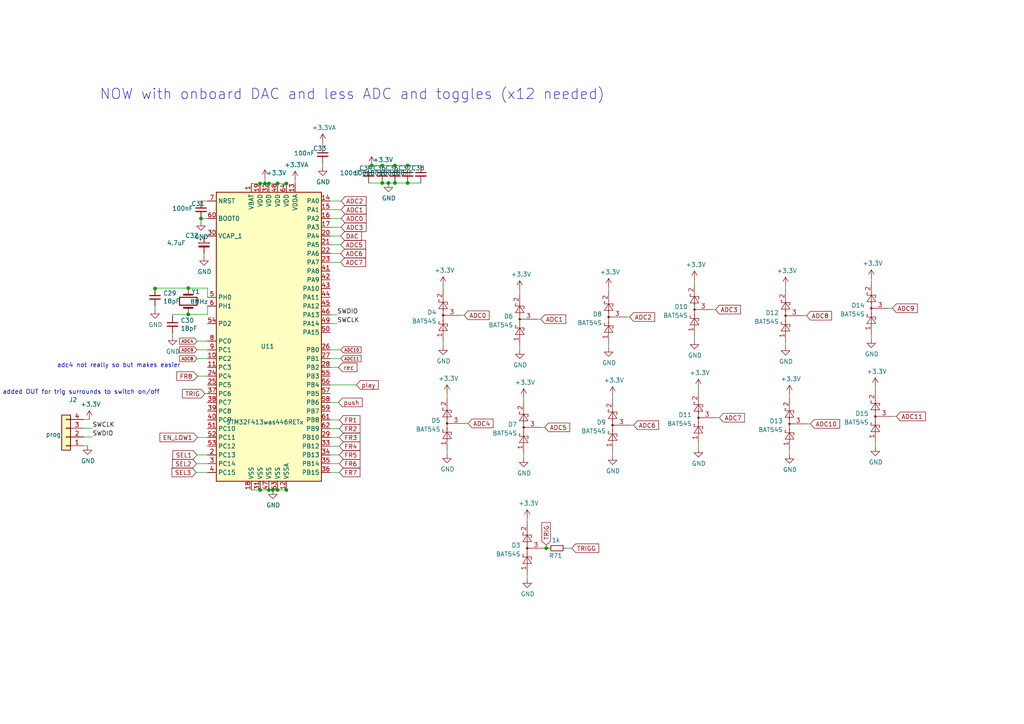
<source format=kicad_sch>
(kicad_sch (version 20211123) (generator eeschema)
  (paper "A4")
  (lib_symbols
    (symbol "Connector_Generic:Conn_01x04" (pin_names (offset 1.016) hide)
      (property "Reference" "J" (at 0 5.08 0))
      (property "Value" "Conn_01x04" (at 0 -7.62 0))
      (symbol "Conn_01x04_1_1"
        (rectangle (start -1.27 -4.953) (end 0 -5.207) (stroke (width 0.1524)))
        (rectangle (start -1.27 -2.413) (end 0 -2.667) (stroke (width 0.1524)))
        (rectangle (start -1.27 0.127) (end 0 -0.127) (stroke (width 0.1524)))
        (rectangle (start -1.27 2.667) (end 0 2.413) (stroke (width 0.1524)))
        (rectangle (start -1.27 3.81) (end 1.27 -6.35) (stroke (width 0.254)) (fill (type background)))
        (pin passive line (at -5.08 2.54 0) (length 3.81) (name "Pin_1") (number "1"))
        (pin passive line (at -5.08 0 0) (length 3.81) (name "Pin_2") (number "2"))
        (pin passive line (at -5.08 -2.54 0) (length 3.81) (name "Pin_3") (number "3"))
        (pin passive line (at -5.08 -5.08 0) (length 3.81) (name "Pin_4") (number "4"))
      )
    )
    (symbol "Device:C_Polarized_Small" (pin_numbers hide) (pin_names (offset 0.254) hide)
      (property "Reference" "C" (at 0.254 1.778 0))
      (property "Value" "C_Polarized_Small" (at 0.254 -2.032 0))
      (symbol "C_Polarized_Small_0_1"
        (rectangle (start -1.524 -0.3048) (end 1.524 -0.6858) (fill (type outline)))
        (rectangle (start -1.524 0.6858) (end 1.524 0.3048))
        (polyline (pts (xy -1.27 1.524) (xy -0.762 1.524)))
        (polyline (pts (xy -1.016 1.27) (xy -1.016 1.778)))
      )
      (symbol "C_Polarized_Small_1_1"
        (pin passive line (at 0 2.54 270) (length 1.8542) (name "~") (number "1"))
        (pin passive line (at 0 -2.54 90) (length 1.8542) (name "~") (number "2"))
      )
    )
    (symbol "Device:C_Small" (pin_numbers hide) (pin_names (offset 0.254) hide)
      (property "Reference" "C" (at 0.254 1.778 0))
      (property "Value" "C_Small" (at 0.254 -2.032 0))
      (symbol "C_Small_0_1"
        (polyline (pts (xy -1.524 -0.508) (xy 1.524 -0.508)) (stroke (width 0.3302)))
        (polyline (pts (xy -1.524 0.508) (xy 1.524 0.508)) (stroke (width 0.3048)))
      )
      (symbol "C_Small_1_1"
        (pin passive line (at 0 2.54 270) (length 2.032) (name "~") (number "1"))
        (pin passive line (at 0 -2.54 90) (length 2.032) (name "~") (number "2"))
      )
    )
    (symbol "Device:Crystal" (pin_numbers hide) (pin_names (offset 1.016) hide)
      (property "Reference" "Y" (at 0 3.81 0))
      (property "Value" "Crystal" (at 0 -3.81 0))
      (symbol "Crystal_0_1"
        (rectangle (start -1.143 2.54) (end 1.143 -2.54) (stroke (width 0.3048)))
        (polyline (pts (xy -2.54 0) (xy -1.905 0)))
        (polyline (pts (xy -1.905 -1.27) (xy -1.905 1.27)) (stroke (width 0.508)))
        (polyline (pts (xy 1.905 -1.27) (xy 1.905 1.27)) (stroke (width 0.508)))
        (polyline (pts (xy 2.54 0) (xy 1.905 0)))
      )
      (symbol "Crystal_1_1"
        (pin passive line (at -3.81 0 0) (length 1.27) (name "1") (number "1"))
        (pin passive line (at 3.81 0 180) (length 1.27) (name "2") (number "2"))
      )
    )
    (symbol "Device:R_Small" (pin_numbers hide) (pin_names (offset 0.254) hide)
      (property "Reference" "R" (at 0.762 0.508 0))
      (property "Value" "R_Small" (at 0.762 -1.016 0))
      (symbol "R_Small_0_1"
        (rectangle (start -0.762 1.778) (end 0.762 -1.778) (stroke (width 0.2032)))
      )
      (symbol "R_Small_1_1"
        (pin passive line (at 0 2.54 270) (length 0.762) (name "~") (number "1"))
        (pin passive line (at 0 -2.54 90) (length 0.762) (name "~") (number "2"))
      )
    )
    (symbol "Diode:BAT54S" (pin_names (offset 1.016))
      (property "Reference" "D" (at 0.635 -3.81 0))
      (property "Value" "BAT54S" (at -6.35 3.175 0))
      (symbol "BAT54S_0_1"
        (polyline (pts (xy -3.81 0) (xy -1.27 0)))
        (polyline (pts (xy -3.175 -1.27) (xy -3.175 -1.016)))
        (polyline (pts (xy -2.54 -1.27) (xy -3.175 -1.27)))
        (polyline (pts (xy -2.54 -1.27) (xy -2.54 1.27)))
        (polyline (pts (xy -2.54 1.27) (xy -1.905 1.27)))
        (polyline (pts (xy -1.905 0) (xy 1.905 0)))
        (polyline (pts (xy -1.905 1.27) (xy -1.905 1.016)))
        (polyline (pts (xy 1.27 0) (xy 3.81 0)))
        (polyline (pts (xy 3.175 -1.27) (xy 3.175 -1.016)))
        (polyline (pts (xy 3.81 -1.27) (xy 3.175 -1.27)))
        (polyline (pts (xy 3.81 -1.27) (xy 3.81 1.27)))
        (polyline (pts (xy 3.81 1.27) (xy 4.445 1.27)))
        (polyline (pts (xy 4.445 1.27) (xy 4.445 1.016)))
        (polyline (pts (xy -4.445 1.27) (xy -4.445 -1.27) (xy -2.54 0) (xy -4.445 1.27)))
        (polyline (pts (xy 1.905 1.27) (xy 1.905 -1.27) (xy 3.81 0) (xy 1.905 1.27)))
        (circle (center 0 0) (radius 0.254) (fill (type outline)))
      )
      (symbol "BAT54S_1_1"
        (pin passive line (at -7.62 0 0) (length 3.81) (name "~") (number "1"))
        (pin passive line (at 7.62 0 180) (length 3.81) (name "~") (number "2"))
        (pin passive line (at 0 -5.08 90) (length 5.08) (name "~") (number "3"))
      )
    )
    (symbol "MCU_ST_STM32F4:STM32F446RETx"
      (property "Reference" "U" (at -15.24 41.91 0))
      (property "Value" "STM32F446RETx" (at 10.16 41.91 0))
      (symbol "STM32F446RETx_0_1"
        (rectangle (start -15.24 -43.18) (end 15.24 40.64) (stroke (width 0.254)) (fill (type background)))
      )
      (symbol "STM32F446RETx_1_1"
        (pin power_in line (at -5.08 43.18 270) (length 2.54) (name "VBAT") (number "1"))
        (pin bidirectional line (at -17.78 -7.62 0) (length 2.54) (name "PC2") (number "10"))
        (pin bidirectional line (at -17.78 -10.16 0) (length 2.54) (name "PC3") (number "11"))
        (pin power_in line (at 5.08 -45.72 90) (length 2.54) (name "VSSA") (number "12"))
        (pin power_in line (at 7.62 43.18 270) (length 2.54) (name "VDDA") (number "13"))
        (pin bidirectional line (at 17.78 38.1 180) (length 2.54) (name "PA0") (number "14"))
        (pin bidirectional line (at 17.78 35.56 180) (length 2.54) (name "PA1") (number "15"))
        (pin bidirectional line (at 17.78 33.02 180) (length 2.54) (name "PA2") (number "16"))
        (pin bidirectional line (at 17.78 30.48 180) (length 2.54) (name "PA3") (number "17"))
        (pin power_in line (at -5.08 -45.72 90) (length 2.54) (name "VSS") (number "18"))
        (pin power_in line (at -2.54 43.18 270) (length 2.54) (name "VDD") (number "19"))
        (pin bidirectional line (at -17.78 -35.56 0) (length 2.54) (name "PC13") (number "2"))
        (pin bidirectional line (at 17.78 27.94 180) (length 2.54) (name "PA4") (number "20"))
        (pin bidirectional line (at 17.78 25.4 180) (length 2.54) (name "PA5") (number "21"))
        (pin bidirectional line (at 17.78 22.86 180) (length 2.54) (name "PA6") (number "22"))
        (pin bidirectional line (at 17.78 20.32 180) (length 2.54) (name "PA7") (number "23"))
        (pin bidirectional line (at -17.78 -12.7 0) (length 2.54) (name "PC4") (number "24"))
        (pin bidirectional line (at -17.78 -15.24 0) (length 2.54) (name "PC5") (number "25"))
        (pin bidirectional line (at 17.78 -5.08 180) (length 2.54) (name "PB0") (number "26"))
        (pin bidirectional line (at 17.78 -7.62 180) (length 2.54) (name "PB1") (number "27"))
        (pin bidirectional line (at 17.78 -10.16 180) (length 2.54) (name "PB2") (number "28"))
        (pin bidirectional line (at 17.78 -30.48 180) (length 2.54) (name "PB10") (number "29"))
        (pin bidirectional line (at -17.78 -38.1 0) (length 2.54) (name "PC14") (number "3"))
        (pin power_in line (at -17.78 27.94 0) (length 2.54) (name "VCAP_1") (number "30"))
        (pin power_in line (at -2.54 -45.72 90) (length 2.54) (name "VSS") (number "31"))
        (pin power_in line (at 0 43.18 270) (length 2.54) (name "VDD") (number "32"))
        (pin bidirectional line (at 17.78 -33.02 180) (length 2.54) (name "PB12") (number "33"))
        (pin bidirectional line (at 17.78 -35.56 180) (length 2.54) (name "PB13") (number "34"))
        (pin bidirectional line (at 17.78 -38.1 180) (length 2.54) (name "PB14") (number "35"))
        (pin bidirectional line (at 17.78 -40.64 180) (length 2.54) (name "PB15") (number "36"))
        (pin bidirectional line (at -17.78 -17.78 0) (length 2.54) (name "PC6") (number "37"))
        (pin bidirectional line (at -17.78 -20.32 0) (length 2.54) (name "PC7") (number "38"))
        (pin bidirectional line (at -17.78 -22.86 0) (length 2.54) (name "PC8") (number "39"))
        (pin bidirectional line (at -17.78 -40.64 0) (length 2.54) (name "PC15") (number "4"))
        (pin bidirectional line (at -17.78 -25.4 0) (length 2.54) (name "PC9") (number "40"))
        (pin bidirectional line (at 17.78 17.78 180) (length 2.54) (name "PA8") (number "41"))
        (pin bidirectional line (at 17.78 15.24 180) (length 2.54) (name "PA9") (number "42"))
        (pin bidirectional line (at 17.78 12.7 180) (length 2.54) (name "PA10") (number "43"))
        (pin bidirectional line (at 17.78 10.16 180) (length 2.54) (name "PA11") (number "44"))
        (pin bidirectional line (at 17.78 7.62 180) (length 2.54) (name "PA12") (number "45"))
        (pin bidirectional line (at 17.78 5.08 180) (length 2.54) (name "PA13") (number "46"))
        (pin power_in line (at 0 -45.72 90) (length 2.54) (name "VSS") (number "47"))
        (pin power_in line (at 2.54 43.18 270) (length 2.54) (name "VDD") (number "48"))
        (pin bidirectional line (at 17.78 2.54 180) (length 2.54) (name "PA14") (number "49"))
        (pin input line (at -17.78 10.16 0) (length 2.54) (name "PH0") (number "5"))
        (pin bidirectional line (at 17.78 0 180) (length 2.54) (name "PA15") (number "50"))
        (pin bidirectional line (at -17.78 -27.94 0) (length 2.54) (name "PC10") (number "51"))
        (pin bidirectional line (at -17.78 -30.48 0) (length 2.54) (name "PC11") (number "52"))
        (pin bidirectional line (at -17.78 -33.02 0) (length 2.54) (name "PC12") (number "53"))
        (pin bidirectional line (at -17.78 2.54 0) (length 2.54) (name "PD2") (number "54"))
        (pin bidirectional line (at 17.78 -12.7 180) (length 2.54) (name "PB3") (number "55"))
        (pin bidirectional line (at 17.78 -15.24 180) (length 2.54) (name "PB4") (number "56"))
        (pin bidirectional line (at 17.78 -17.78 180) (length 2.54) (name "PB5") (number "57"))
        (pin bidirectional line (at 17.78 -20.32 180) (length 2.54) (name "PB6") (number "58"))
        (pin bidirectional line (at 17.78 -22.86 180) (length 2.54) (name "PB7") (number "59"))
        (pin input line (at -17.78 7.62 0) (length 2.54) (name "PH1") (number "6"))
        (pin input line (at -17.78 33.02 0) (length 2.54) (name "BOOT0") (number "60"))
        (pin bidirectional line (at 17.78 -25.4 180) (length 2.54) (name "PB8") (number "61"))
        (pin bidirectional line (at 17.78 -27.94 180) (length 2.54) (name "PB9") (number "62"))
        (pin power_in line (at 2.54 -45.72 90) (length 2.54) (name "VSS") (number "63"))
        (pin power_in line (at 5.08 43.18 270) (length 2.54) (name "VDD") (number "64"))
        (pin input line (at -17.78 38.1 0) (length 2.54) (name "NRST") (number "7"))
        (pin bidirectional line (at -17.78 -2.54 0) (length 2.54) (name "PC0") (number "8"))
        (pin bidirectional line (at -17.78 -5.08 0) (length 2.54) (name "PC1") (number "9"))
      )
    )
    (symbol "power:+3.3V" (power) (pin_names (offset 0))
      (property "Value" "+3.3V" (at 0 3.556 0))
      (symbol "+3.3V_0_1"
        (polyline (pts (xy -0.762 1.27) (xy 0 2.54)))
        (polyline (pts (xy 0 0) (xy 0 2.54)))
        (polyline (pts (xy 0 2.54) (xy 0.762 1.27)))
      )
      (symbol "+3.3V_1_1"
        (pin power_in line (at 0 0 90) (length 0) hide (name "+3.3V") (number "1"))
      )
    )
    (symbol "power:+3.3VA" (power) (pin_names (offset 0))
      (property "Value" "+3.3VA" (at 0 3.556 0))
      (symbol "+3.3VA_0_1"
        (polyline (pts (xy -0.762 1.27) (xy 0 2.54)))
        (polyline (pts (xy 0 0) (xy 0 2.54)))
        (polyline (pts (xy 0 2.54) (xy 0.762 1.27)))
      )
      (symbol "+3.3VA_1_1"
        (pin power_in line (at 0 0 90) (length 0) hide (name "+3.3VA") (number "1"))
      )
    )
    (symbol "power:GND" (power) (pin_names (offset 0))
      (property "Value" "GND" (at 0 -3.81 0))
      (symbol "GND_0_1"
        (polyline (pts (xy 0 0) (xy 0 -1.27) (xy 1.27 -1.27) (xy 0 -2.54) (xy -1.27 -1.27) (xy 0 -1.27)))
      )
      (symbol "GND_1_1"
        (pin power_in line (at 0 0 270) (length 0) hide (name "GND") (number "1"))
      )
    )
  )
  (junction (at 118.237 53.086))
  (junction (at 54.61 91.186))
  (junction (at 44.958 83.693))
  (junction (at 114.554 48.006))
  (junction (at 80.518 142.113))
  (junction (at 158.4198 159.004))
  (junction (at 83.058 53.213))
  (junction (at 107.7976 48.006))
  (junction (at 77.978 142.113))
  (junction (at 76.835 53.213))
  (junction (at 110.871 48.006))
  (junction (at 110.871 53.086))
  (junction (at 114.554 53.086))
  (junction (at 112.649 53.086))
  (junction (at 83.058 142.113))
  (junction (at 118.237 48.006))
  (junction (at 80.518 53.213))
  (junction (at 58.293 63.373))
  (junction (at 75.438 142.113))
  (junction (at 79.121 142.113))
  (junction (at 77.978 53.213))
  (junction (at 75.438 53.213))
  (junction (at 54.61 83.566))
  (wire (pts (xy 59.182 68.453) (xy 60.198 68.453)))
  (wire (pts (xy 80.518 53.213) (xy 83.058 53.213)))
  (wire (pts (xy 95.758 131.953) (xy 98.425 131.953)))
  (wire (pts (xy 157.988 159.004) (xy 158.4198 159.004)))
  (wire (pts (xy 134.747 122.809) (xy 135.763 122.809)))
  (wire (pts (xy 57.277 126.873) (xy 60.198 126.873)))
  (wire (pts (xy 24.257 129.286) (xy 25.4 129.286)))
  (wire (pts (xy 54.61 91.186) (xy 60.198 91.186)))
  (wire (pts (xy 59.436 114.173) (xy 60.198 114.173)))
  (wire (pts (xy 95.758 111.633) (xy 103.378 111.633)))
  (wire (pts (xy 60.198 83.566) (xy 54.61 83.566)))
  (wire (pts (xy 80.518 142.113) (xy 83.058 142.113)))
  (wire (pts (xy 60.198 104.013) (xy 57.15 104.013)))
  (wire (pts (xy 77.978 142.113) (xy 79.121 142.113)))
  (wire (pts (xy 60.198 98.933) (xy 57.15 98.933)))
  (wire (pts (xy 50.038 96.647) (xy 50.038 97.536)))
  (wire (pts (xy 59.182 73.533) (xy 59.182 74.422)))
  (wire (pts (xy 60.198 91.186) (xy 60.198 88.773)))
  (wire (pts (xy 155.829 92.583) (xy 156.845 92.583)))
  (wire (pts (xy 77.978 53.213) (xy 80.518 53.213)))
  (wire (pts (xy 95.758 116.713) (xy 98.171 116.713)))
  (wire (pts (xy 85.598 52.197) (xy 85.598 53.213)))
  (wire (pts (xy 75.438 142.113) (xy 77.978 142.113)))
  (wire (pts (xy 95.758 63.373) (xy 98.933 63.373)))
  (wire (pts (xy 107.7976 48.006) (xy 110.871 48.006)))
  (wire (pts (xy 95.758 121.793) (xy 98.425 121.793)))
  (wire (pts (xy 72.898 142.113) (xy 75.438 142.113)))
  (wire (pts (xy 83.058 53.213) (xy 83.058 53.086)))
  (wire (pts (xy 202.565 128.778) (xy 202.565 130.048)))
  (wire (pts (xy 181.61 91.948) (xy 182.626 91.948)))
  (wire (pts (xy 128.524 82.804) (xy 128.524 83.82)))
  (wire (pts (xy 54.61 83.566) (xy 44.958 83.566)))
  (wire (pts (xy 234.061 122.936) (xy 235.077 122.936)))
  (wire (pts (xy 60.198 137.033) (xy 56.896 137.033)))
  (wire (pts (xy 95.758 106.553) (xy 98.171 106.553)))
  (wire (pts (xy 95.758 134.493) (xy 98.425 134.493)))
  (wire (pts (xy 176.53 83.312) (xy 176.53 84.328)))
  (wire (pts (xy 164.084 159.004) (xy 165.862 159.004)))
  (wire (pts (xy 177.673 130.937) (xy 177.673 132.207)))
  (wire (pts (xy 158.4198 158.0896) (xy 158.4198 159.004)))
  (wire (pts (xy 58.293 58.293) (xy 60.198 58.293)))
  (wire (pts (xy 95.758 104.013) (xy 98.806 104.013)))
  (wire (pts (xy 151.892 131.572) (xy 151.892 132.842)))
  (wire (pts (xy 50.038 91.567) (xy 50.038 91.186)))
  (wire (pts (xy 24.257 121.666) (xy 25.908 121.666)))
  (wire (pts (xy 98.806 73.533) (xy 95.758 73.533)))
  (wire (pts (xy 60.198 101.473) (xy 57.15 101.473)))
  (wire (pts (xy 58.293 63.373) (xy 60.198 63.373)))
  (wire (pts (xy 227.838 99.187) (xy 227.838 100.457)))
  (wire (pts (xy 50.038 91.186) (xy 54.61 91.186)))
  (wire (pts (xy 176.53 99.568) (xy 176.53 100.838)))
  (wire (pts (xy 133.604 91.44) (xy 134.62 91.44)))
  (wire (pts (xy 95.758 93.853) (xy 97.79 93.853)))
  (wire (pts (xy 118.237 53.086) (xy 114.554 53.086)))
  (wire (pts (xy 95.758 137.033) (xy 98.425 137.033)))
  (wire (pts (xy 252.73 80.772) (xy 252.73 81.788)))
  (wire (pts (xy 75.438 53.213) (xy 76.835 53.213)))
  (wire (pts (xy 152.908 166.624) (xy 152.908 167.894)))
  (wire (pts (xy 118.237 48.006) (xy 122.047 48.006)))
  (wire (pts (xy 24.257 126.746) (xy 26.797 126.746)))
  (wire (pts (xy 257.81 89.408) (xy 258.826 89.408)))
  (wire (pts (xy 228.981 114.3) (xy 228.981 115.316)))
  (wire (pts (xy 114.554 48.006) (xy 118.237 48.006)))
  (wire (pts (xy 177.673 114.681) (xy 177.673 115.697)))
  (wire (pts (xy 98.806 70.993) (xy 95.758 70.993)))
  (wire (pts (xy 60.198 131.953) (xy 57.15 131.953)))
  (wire (pts (xy 258.953 120.777) (xy 259.969 120.777)))
  (wire (pts (xy 95.758 126.873) (xy 98.425 126.873)))
  (wire (pts (xy 95.758 91.313) (xy 97.79 91.313)))
  (wire (pts (xy 110.871 48.006) (xy 114.554 48.006)))
  (wire (pts (xy 112.649 53.086) (xy 110.871 53.086)))
  (wire (pts (xy 95.758 60.833) (xy 98.933 60.833)))
  (wire (pts (xy 129.667 130.429) (xy 129.667 131.699)))
  (wire (pts (xy 207.645 121.158) (xy 208.661 121.158)))
  (wire (pts (xy 252.73 97.028) (xy 252.73 98.298)))
  (wire (pts (xy 95.758 129.413) (xy 98.425 129.413)))
  (wire (pts (xy 58.293 63.373) (xy 58.293 64.262)))
  (wire (pts (xy 202.565 112.522) (xy 202.565 113.538)))
  (wire (pts (xy 76.835 53.213) (xy 77.978 53.213)))
  (wire (pts (xy 232.918 91.567) (xy 233.934 91.567)))
  (wire (pts (xy 93.599 47.371) (xy 93.599 48.387)))
  (wire (pts (xy 227.838 82.931) (xy 227.838 83.947)))
  (wire (pts (xy 95.758 65.913) (xy 98.933 65.913)))
  (wire (pts (xy 60.198 134.493) (xy 57.023 134.493)))
  (wire (pts (xy 150.749 83.947) (xy 150.749 84.963)))
  (wire (pts (xy 95.758 101.473) (xy 98.806 101.473)))
  (wire (pts (xy 151.892 115.316) (xy 151.892 116.332)))
  (wire (pts (xy 114.554 53.086) (xy 112.649 53.086)))
  (wire (pts (xy 158.4198 159.004) (xy 159.004 159.004)))
  (wire (pts (xy 95.758 124.333) (xy 98.425 124.333)))
  (wire (pts (xy 79.121 142.113) (xy 80.518 142.113)))
  (wire (pts (xy 129.667 114.173) (xy 129.667 115.189)))
  (wire (pts (xy 253.873 112.141) (xy 253.873 113.157)))
  (wire (pts (xy 98.806 76.073) (xy 95.758 76.073)))
  (wire (pts (xy 44.958 88.773) (xy 44.958 89.789)))
  (wire (pts (xy 83.058 142.113) (xy 83.058 142.24)))
  (wire (pts (xy 206.502 89.789) (xy 207.518 89.789)))
  (wire (pts (xy 93.599 41.402) (xy 93.599 42.291)))
  (wire (pts (xy 201.422 97.409) (xy 201.422 98.679)))
  (wire (pts (xy 128.524 99.06) (xy 128.524 100.33)))
  (wire (pts (xy 228.981 130.556) (xy 228.981 131.826)))
  (wire (pts (xy 76.835 51.816) (xy 76.835 53.213)))
  (wire (pts (xy 253.873 128.397) (xy 253.873 129.667)))
  (wire (pts (xy 110.871 53.086) (xy 106.934 53.086)))
  (wire (pts (xy 60.198 86.233) (xy 60.198 83.566)))
  (wire (pts (xy 98.806 68.453) (xy 95.758 68.453)))
  (wire (pts (xy 122.047 53.086) (xy 118.237 53.086)))
  (wire (pts (xy 44.958 83.566) (xy 44.958 83.693)))
  (wire (pts (xy 156.972 123.952) (xy 157.988 123.952)))
  (wire (pts (xy 201.422 81.153) (xy 201.422 82.169)))
  (wire (pts (xy 72.898 53.213) (xy 75.438 53.213)))
  (wire (pts (xy 60.198 109.093) (xy 57.277 109.093)))
  (wire (pts (xy 106.934 48.006) (xy 107.7976 48.006)))
  (wire (pts (xy 150.749 100.203) (xy 150.749 101.473)))
  (wire (pts (xy 152.908 150.368) (xy 152.908 151.384)))
  (wire (pts (xy 24.257 124.206) (xy 26.797 124.206)))
  (wire (pts (xy 182.753 123.317) (xy 183.769 123.317)))
  (wire (pts (xy 95.758 58.293) (xy 98.933 58.293)))
  (text "adc4 not really so but makes easier\n" (at 16.51 106.807 0) (effects (font (size 1.27 1.27)) (justify left bottom)))
  (text "NOW with onboard DAC and less ADC and toggles (x12 needed)" (at 28.829 29.21 0) (effects (font (size 2.9972 2.9972)) (justify left bottom)))
  (text "17.5 - added OUT for trig surrounds to switch on/off" (at 46.355 114.554 0) (effects (font (size 1.27 1.27)) (justify right bottom)))
  (label "SWCLK" (at 26.797 124.206 0))
  (label "SWCLK" (at 97.79 93.853 0))
  (label "SWDIO" (at 97.79 91.313 0))
  (label "SWDIO" (at 26.797 126.746 0))
  (global_label "ADC7" (shape input) (at 98.806 76.073 0) (property "Intersheet References" "${INTERSHEET_REFS}" (effects hide)))
  (global_label "ADC0" (shape input) (at 134.62 91.44 0) (property "Intersheet References" "${INTERSHEET_REFS}" (effects hide)))
  (global_label "ADC11" (shape input) (at 259.969 120.777 0) (property "Intersheet References" "${INTERSHEET_REFS}" (effects hide)))
  (global_label "ADC6" (shape input) (at 98.806 73.533 0) (property "Intersheet References" "${INTERSHEET_REFS}" (effects hide)))
  (global_label "FR2" (shape input) (at 98.425 124.333 0) (property "Intersheet References" "${INTERSHEET_REFS}" (effects hide)))
  (global_label "ADC8" (shape input) (at 233.934 91.567 0) (property "Intersheet References" "${INTERSHEET_REFS}" (effects hide)))
  (global_label "push" (shape input) (at 98.171 116.713 0) (property "Intersheet References" "${INTERSHEET_REFS}" (effects hide)))
  (global_label "SEL3" (shape input) (at 56.896 137.033 180) (property "Intersheet References" "${INTERSHEET_REFS}" (effects hide)))
  (global_label "FR6" (shape input) (at 98.425 134.493 0) (property "Intersheet References" "${INTERSHEET_REFS}" (effects hide)))
  (global_label "ADC2" (shape input) (at 98.933 58.293 0) (property "Intersheet References" "${INTERSHEET_REFS}" (effects hide)))
  (global_label "ADC5" (shape input) (at 157.988 123.952 0) (property "Intersheet References" "${INTERSHEET_REFS}" (effects hide)))
  (global_label "TRIG" (shape input) (at 158.4198 158.0896 90) (property "Intersheet References" "${INTERSHEET_REFS}" (effects hide)))
  (global_label "SEL2" (shape input) (at 57.023 134.493 180) (property "Intersheet References" "${INTERSHEET_REFS}" (effects hide)))
  (global_label "rec" (shape input) (at 98.171 106.553 0) (property "Intersheet References" "${INTERSHEET_REFS}" (effects hide)))
  (global_label "ADC2" (shape input) (at 182.626 91.948 0) (property "Intersheet References" "${INTERSHEET_REFS}" (effects hide)))
  (global_label "ADC4" (shape input) (at 135.763 122.809 0) (property "Intersheet References" "${INTERSHEET_REFS}" (effects hide)))
  (global_label "FR7" (shape input) (at 98.425 137.033 0) (property "Intersheet References" "${INTERSHEET_REFS}" (effects hide)))
  (global_label "ADC8" (shape input) (at 57.15 104.013 180) (effects (font (size 0.889 0.889))) (property "Intersheet References" "${INTERSHEET_REFS}" (effects hide)))
  (global_label "TRIG" (shape input) (at 59.436 114.173 180) (property "Intersheet References" "${INTERSHEET_REFS}" (effects hide)))
  (global_label "FR5" (shape input) (at 98.425 131.953 0) (property "Intersheet References" "${INTERSHEET_REFS}" (effects hide)))
  (global_label "ADC1" (shape input) (at 156.845 92.583 0) (property "Intersheet References" "${INTERSHEET_REFS}" (effects hide)))
  (global_label "SEL1" (shape input) (at 57.15 131.953 180) (property "Intersheet References" "${INTERSHEET_REFS}" (effects hide)))
  (global_label "ADC11" (shape input) (at 98.806 104.013 0) (effects (font (size 0.889 0.889))) (property "Intersheet References" "${INTERSHEET_REFS}" (effects hide)))
  (global_label "ADC3" (shape input) (at 207.518 89.789 0) (property "Intersheet References" "${INTERSHEET_REFS}" (effects hide)))
  (global_label "ADC6" (shape input) (at 183.769 123.317 0) (property "Intersheet References" "${INTERSHEET_REFS}" (effects hide)))
  (global_label "TRIGG" (shape input) (at 165.862 159.004 0) (property "Intersheet References" "${INTERSHEET_REFS}" (effects hide)))
  (global_label "FR3" (shape input) (at 98.425 126.873 0) (property "Intersheet References" "${INTERSHEET_REFS}" (effects hide)))
  (global_label "play" (shape input) (at 103.378 111.633 0) (property "Intersheet References" "${INTERSHEET_REFS}" (effects hide)))
  (global_label "FR4" (shape input) (at 98.425 129.413 0) (property "Intersheet References" "${INTERSHEET_REFS}" (effects hide)))
  (global_label "ADC4" (shape input) (at 57.15 98.933 180) (effects (font (size 0.889 0.889))) (property "Intersheet References" "${INTERSHEET_REFS}" (effects hide)))
  (global_label "FR8" (shape input) (at 57.277 109.093 180) (property "Intersheet References" "${INTERSHEET_REFS}" (effects hide)))
  (global_label "DAC" (shape input) (at 98.806 68.453 0) (property "Intersheet References" "${INTERSHEET_REFS}" (effects hide)))
  (global_label "ADC10" (shape input) (at 98.806 101.473 0) (effects (font (size 0.889 0.889))) (property "Intersheet References" "${INTERSHEET_REFS}" (effects hide)))
  (global_label "ADC0" (shape input) (at 98.933 63.373 0) (property "Intersheet References" "${INTERSHEET_REFS}" (effects hide)))
  (global_label "ADC5" (shape input) (at 98.806 70.993 0) (property "Intersheet References" "${INTERSHEET_REFS}" (effects hide)))
  (global_label "ADC1" (shape input) (at 98.933 60.833 0) (property "Intersheet References" "${INTERSHEET_REFS}" (effects hide)))
  (global_label "ADC3" (shape input) (at 98.933 65.913 0) (property "Intersheet References" "${INTERSHEET_REFS}" (effects hide)))
  (global_label "ADC7" (shape input) (at 208.661 121.158 0) (property "Intersheet References" "${INTERSHEET_REFS}" (effects hide)))
  (global_label "ADC9" (shape input) (at 258.826 89.408 0) (property "Intersheet References" "${INTERSHEET_REFS}" (effects hide)))
  (global_label "EN_LOW1" (shape input) (at 57.277 126.873 180) (property "Intersheet References" "${INTERSHEET_REFS}" (effects hide)))
  (global_label "FR1" (shape input) (at 98.425 121.793 0) (property "Intersheet References" "${INTERSHEET_REFS}" (effects hide)))
  (global_label "ADC9" (shape input) (at 57.15 101.473 180) (effects (font (size 0.889 0.889))) (property "Intersheet References" "${INTERSHEET_REFS}" (effects hide)))
  (global_label "ADC10" (shape input) (at 235.077 122.936 0) (property "Intersheet References" "${INTERSHEET_REFS}" (effects hide)))
  (symbol (lib_id "MCU_ST_STM32F4:STM32F446RETx") (at 77.978 96.393 0) (unit 1)
    (property "Reference" "U11" (at 77.597 100.457 0))
    (property "Value" "STM32F413was446RETx" (at 76.835 122.428 0))
    (property "Footprint" "Housings_QFP:LQFP-64_10x10mm_Pitch0.5mm" (effects hide))
    (property "Datasheet" "http://www.st.com/st-web-ui/static/active/en/resource/technical/document/datasheet/DM00141306.pdf" (effects hide))
  )
  (symbol (lib_id "Device:C_Polarized_Small") (at 59.182 70.993 0) (unit 1)
    (property "Reference" "C32" (at 53.721 68.326 0) (effects (justify left)))
    (property "Value" "4.7uF" (at 48.387 70.485 0) (effects (justify left)))
    (property "Footprint" "SMD_Packages:SMD-1206_Pol" (effects hide))
  )
  (symbol (lib_id "power:GND") (at 59.182 74.422 0) (unit 1)
    (property "Reference" "#PWR062" (effects hide))
    (property "Value" "GND" (at 59.309 78.8162 0))
  )
  (symbol (lib_id "power:+3.3VA") (at 85.598 52.197 0) (unit 1)
    (property "Reference" "#PWR065" (effects hide))
    (property "Value" "+3.3VA" (at 85.979 47.8028 0))
  )
  (symbol (lib_id "power:+3.3V") (at 76.835 51.816 0) (unit 1)
    (property "Reference" "#PWR063" (effects hide))
    (property "Value" "+3.3V" (at 80.137 50.165 0))
  )
  (symbol (lib_id "power:GND") (at 79.121 142.113 0) (unit 1)
    (property "Reference" "#PWR064" (effects hide))
    (property "Value" "GND" (at 79.248 146.5072 0))
  )
  (symbol (lib_id "Device:Crystal") (at 54.61 87.376 90) (unit 1)
    (property "Reference" "Y1" (at 55.499 84.582 90) (effects (justify right)))
    (property "Value" "8MHz" (at 55.118 87.503 90) (effects (justify right)))
    (property "Footprint" "Crystals:Crystal_SMD_HC49-SD" (effects hide))
  )
  (symbol (lib_id "Device:C_Small") (at 44.958 86.233 0) (unit 1)
    (property "Reference" "C29" (at 47.2948 85.0646 0) (effects (justify left)))
    (property "Value" "18pF" (at 47.2948 87.376 0) (effects (justify left)))
    (property "Footprint" "Capacitors_SMD:C_0805" (effects hide))
  )
  (symbol (lib_id "Device:C_Small") (at 50.038 94.107 0) (unit 1)
    (property "Reference" "C30" (at 52.3748 92.9386 0) (effects (justify left)))
    (property "Value" "18pF" (at 52.3748 95.25 0) (effects (justify left)))
    (property "Footprint" "Capacitors_SMD:C_0805" (effects hide))
  )
  (symbol (lib_id "power:GND") (at 44.958 89.789 0) (unit 1)
    (property "Reference" "#PWR059" (effects hide))
    (property "Value" "GND" (at 45.085 94.1832 0))
  )
  (symbol (lib_id "power:GND") (at 50.038 97.536 0) (unit 1)
    (property "Reference" "#PWR060" (effects hide))
    (property "Value" "GND" (at 50.165 101.9302 0))
  )
  (symbol (lib_id "Device:C_Small") (at 58.293 60.833 0) (unit 1)
    (property "Reference" "C31" (at 55.499 59.055 0) (effects (justify left)))
    (property "Value" "100nF" (at 49.911 60.452 0) (effects (justify left)))
    (property "Footprint" "Capacitors_SMD:C_0805" (effects hide))
  )
  (symbol (lib_id "power:GND") (at 58.293 64.262 0) (unit 1)
    (property "Reference" "#PWR061" (effects hide))
    (property "Value" "GND" (at 58.42 68.6562 0))
  )
  (symbol (lib_id "Device:C_Small") (at 106.934 50.546 0) (unit 1)
    (property "Reference" "C34" (at 104.14 48.768 0) (effects (justify left)))
    (property "Value" "100nF" (at 98.552 50.165 0) (effects (justify left)))
    (property "Footprint" "Capacitors_SMD:C_0805" (effects hide))
  )
  (symbol (lib_id "Device:C_Small") (at 110.871 50.546 0) (unit 1)
    (property "Reference" "C35" (at 108.077 48.768 0) (effects (justify left)))
    (property "Value" "100nF" (at 102.489 50.165 0) (effects (justify left)))
    (property "Footprint" "Capacitors_SMD:C_0805" (effects hide))
  )
  (symbol (lib_id "Device:C_Small") (at 114.554 50.546 0) (unit 1)
    (property "Reference" "C36" (at 111.7092 48.7934 0) (effects (justify left)))
    (property "Value" "100nF" (at 106.172 50.165 0) (effects (justify left)))
    (property "Footprint" "Capacitors_SMD:C_0805" (effects hide))
  )
  (symbol (lib_id "Device:C_Small") (at 118.237 50.546 0) (unit 1)
    (property "Reference" "C37" (at 115.443 48.768 0) (effects (justify left)))
    (property "Value" "100nF" (at 109.855 50.165 0) (effects (justify left)))
    (property "Footprint" "Capacitors_SMD:C_0805" (effects hide))
  )
  (symbol (lib_id "Device:C_Small") (at 122.047 50.546 0) (unit 1)
    (property "Reference" "C38" (at 119.253 48.768 0) (effects (justify left)))
    (property "Value" "100nF" (at 113.665 50.165 0) (effects (justify left)))
    (property "Footprint" "Capacitors_SMD:C_0805" (effects hide))
  )
  (symbol (lib_id "Device:C_Small") (at 93.599 44.831 0) (unit 1)
    (property "Reference" "C33" (at 90.805 43.053 0) (effects (justify left)))
    (property "Value" "100nF" (at 85.217 44.45 0) (effects (justify left)))
    (property "Footprint" "Capacitors_SMD:C_0805" (effects hide))
  )
  (symbol (lib_id "power:+3.3VA") (at 93.599 41.402 0) (unit 1)
    (property "Reference" "#PWR066" (effects hide))
    (property "Value" "+3.3VA" (at 93.98 37.0078 0))
  )
  (symbol (lib_id "power:GND") (at 93.599 48.387 0) (unit 1)
    (property "Reference" "#PWR067" (effects hide))
    (property "Value" "GND" (at 93.726 52.7812 0))
  )
  (symbol (lib_id "power:GND") (at 112.649 53.086 0) (unit 1)
    (property "Reference" "#PWR069" (effects hide))
    (property "Value" "GND" (at 112.776 57.4802 0))
  )
  (symbol (lib_id "power:+3.3V") (at 107.7976 48.006 0) (unit 1)
    (property "Reference" "#PWR068" (effects hide))
    (property "Value" "+3.3V" (at 111.0996 46.355 0))
  )
  (symbol (lib_id "Connector_Generic:Conn_01x04") (at 19.177 126.746 180) (unit 1)
    (property "Reference" "J2" (at 21.209 115.951 0))
    (property "Value" "prog" (at 15.494 125.984 0))
    (property "Footprint" "Pin_Headers:Pin_Header_Straight_1x04_Pitch2.54mm" (effects hide))
  )
  (symbol (lib_id "power:+3.3V") (at 25.908 121.666 0) (unit 1)
    (property "Reference" "#PWR058" (effects hide))
    (property "Value" "+3.3V" (at 26.289 117.2718 0))
  )
  (symbol (lib_id "power:GND") (at 25.4 129.286 0) (unit 1)
    (property "Reference" "#PWR057" (effects hide))
    (property "Value" "GND" (at 25.527 133.6802 0))
  )
  (symbol (lib_id "Device:R_Small") (at 161.544 159.004 270) (unit 1)
    (property "Reference" "R71" (at 161.163 161.163 90))
    (property "Value" "1k" (at 161.2392 156.6672 90))
    (property "Footprint" "Resistor_SMD:R_0805_2012Metric" (effects hide))
  )
  (symbol (lib_id "power:GND") (at 129.667 131.699 0) (unit 1)
    (property "Reference" "#PWR0119" (effects hide))
    (property "Value" "GND" (at 129.794 136.0932 0))
  )
  (symbol (lib_id "power:+3.3V") (at 152.908 150.368 0) (unit 1)
    (property "Reference" "#PWR0120" (effects hide))
    (property "Value" "+3.3V" (at 153.289 145.9738 0))
  )
  (symbol (lib_id "power:GND") (at 177.673 132.207 0) (unit 1)
    (property "Reference" "#PWR0169" (effects hide))
    (property "Value" "GND" (at 177.8 136.6012 0))
  )
  (symbol (lib_id "Diode:BAT54S") (at 128.524 91.44 90) (unit 1)
    (property "Reference" "D4" (at 126.619 90.6053 90) (effects (justify left)))
    (property "Value" "BAT54S" (at 126.619 93.1422 90) (effects (justify left)))
    (property "Footprint" "Package_TO_SOT_SMD:SOT-23" (effects hide))
    (property "Datasheet" "https://www.diodes.com/assets/Datasheets/ds11005.pdf" (effects hide))
  )
  (symbol (lib_id "power:GND") (at 202.565 130.048 0) (unit 1)
    (property "Reference" "#PWR0130" (effects hide))
    (property "Value" "GND" (at 202.692 134.4422 0))
  )
  (symbol (lib_id "power:+3.3V") (at 253.873 112.141 0) (unit 1)
    (property "Reference" "#PWR0188" (effects hide))
    (property "Value" "+3.3V" (at 254.254 107.7468 0))
  )
  (symbol (lib_id "Diode:BAT54S") (at 151.892 123.952 90) (unit 1)
    (property "Reference" "D7" (at 149.987 123.1173 90) (effects (justify left)))
    (property "Value" "BAT54S" (at 149.987 125.6542 90) (effects (justify left)))
    (property "Footprint" "Package_TO_SOT_SMD:SOT-23" (effects hide))
    (property "Datasheet" "https://www.diodes.com/assets/Datasheets/ds11005.pdf" (effects hide))
  )
  (symbol (lib_id "power:+3.3V") (at 228.981 114.3 0) (unit 1)
    (property "Reference" "#PWR075" (effects hide))
    (property "Value" "+3.3V" (at 229.362 109.9058 0))
  )
  (symbol (lib_id "Diode:BAT54S") (at 152.908 159.004 90) (unit 1)
    (property "Reference" "D3" (at 151.003 158.1693 90) (effects (justify left)))
    (property "Value" "BAT54S" (at 151.003 160.7062 90) (effects (justify left)))
    (property "Footprint" "Package_TO_SOT_SMD:SOT-23" (effects hide))
    (property "Datasheet" "https://www.diodes.com/assets/Datasheets/ds11005.pdf" (effects hide))
  )
  (symbol (lib_id "Diode:BAT54S") (at 253.873 120.777 90) (unit 1)
    (property "Reference" "D15" (at 251.968 119.9423 90) (effects (justify left)))
    (property "Value" "BAT54S" (at 251.968 122.4792 90) (effects (justify left)))
    (property "Footprint" "Package_TO_SOT_SMD:SOT-23" (effects hide))
    (property "Datasheet" "https://www.diodes.com/assets/Datasheets/ds11005.pdf" (effects hide))
  )
  (symbol (lib_id "power:+3.3V") (at 150.749 83.947 0) (unit 1)
    (property "Reference" "#PWR0122" (effects hide))
    (property "Value" "+3.3V" (at 151.13 79.5528 0))
  )
  (symbol (lib_id "power:GND") (at 150.749 101.473 0) (unit 1)
    (property "Reference" "#PWR0121" (effects hide))
    (property "Value" "GND" (at 150.876 105.8672 0))
  )
  (symbol (lib_id "power:+3.3V") (at 227.838 82.931 0) (unit 1)
    (property "Reference" "#PWR070" (effects hide))
    (property "Value" "+3.3V" (at 228.219 78.5368 0))
  )
  (symbol (lib_id "Diode:BAT54S") (at 252.73 89.408 90) (unit 1)
    (property "Reference" "D14" (at 250.825 88.5733 90) (effects (justify left)))
    (property "Value" "BAT54S" (at 250.825 91.1102 90) (effects (justify left)))
    (property "Footprint" "Package_TO_SOT_SMD:SOT-23" (effects hide))
    (property "Datasheet" "https://www.diodes.com/assets/Datasheets/ds11005.pdf" (effects hide))
  )
  (symbol (lib_id "power:+3.3V") (at 129.667 114.173 0) (unit 1)
    (property "Reference" "#PWR0127" (effects hide))
    (property "Value" "+3.3V" (at 130.048 109.7788 0))
  )
  (symbol (lib_id "power:GND") (at 201.422 98.679 0) (unit 1)
    (property "Reference" "#PWR0137" (effects hide))
    (property "Value" "GND" (at 201.549 103.0732 0))
  )
  (symbol (lib_id "power:+3.3V") (at 151.892 115.316 0) (unit 1)
    (property "Reference" "#PWR0125" (effects hide))
    (property "Value" "+3.3V" (at 152.273 110.9218 0))
  )
  (symbol (lib_id "Diode:BAT54S") (at 129.667 122.809 90) (unit 1)
    (property "Reference" "D5" (at 127.762 121.9743 90) (effects (justify left)))
    (property "Value" "BAT54S" (at 127.762 124.5112 90) (effects (justify left)))
    (property "Footprint" "Package_TO_SOT_SMD:SOT-23" (effects hide))
    (property "Datasheet" "https://www.diodes.com/assets/Datasheets/ds11005.pdf" (effects hide))
  )
  (symbol (lib_id "power:+3.3V") (at 252.73 80.772 0) (unit 1)
    (property "Reference" "#PWR0186" (effects hide))
    (property "Value" "+3.3V" (at 253.111 76.3778 0))
  )
  (symbol (lib_id "power:GND") (at 252.73 98.298 0) (unit 1)
    (property "Reference" "#PWR0187" (effects hide))
    (property "Value" "GND" (at 252.857 102.6922 0))
  )
  (symbol (lib_id "Diode:BAT54S") (at 177.673 123.317 90) (unit 1)
    (property "Reference" "D9" (at 175.768 122.4823 90) (effects (justify left)))
    (property "Value" "BAT54S" (at 175.768 125.0192 90) (effects (justify left)))
    (property "Footprint" "Package_TO_SOT_SMD:SOT-23" (effects hide))
    (property "Datasheet" "https://www.diodes.com/assets/Datasheets/ds11005.pdf" (effects hide))
  )
  (symbol (lib_id "power:GND") (at 176.53 100.838 0) (unit 1)
    (property "Reference" "#PWR0139" (effects hide))
    (property "Value" "GND" (at 176.657 105.2322 0))
  )
  (symbol (lib_id "power:+3.3V") (at 176.53 83.312 0) (unit 1)
    (property "Reference" "#PWR0129" (effects hide))
    (property "Value" "+3.3V" (at 176.911 78.9178 0))
  )
  (symbol (lib_id "power:+3.3V") (at 177.673 114.681 0) (unit 1)
    (property "Reference" "#PWR0140" (effects hide))
    (property "Value" "+3.3V" (at 178.054 110.2868 0))
  )
  (symbol (lib_id "Diode:BAT54S") (at 150.749 92.583 90) (unit 1)
    (property "Reference" "D6" (at 148.844 91.7483 90) (effects (justify left)))
    (property "Value" "BAT54S" (at 148.844 94.2852 90) (effects (justify left)))
    (property "Footprint" "Package_TO_SOT_SMD:SOT-23" (effects hide))
    (property "Datasheet" "https://www.diodes.com/assets/Datasheets/ds11005.pdf" (effects hide))
  )
  (symbol (lib_id "Diode:BAT54S") (at 201.422 89.789 90) (unit 1)
    (property "Reference" "D10" (at 199.517 88.9543 90) (effects (justify left)))
    (property "Value" "BAT54S" (at 199.517 91.4912 90) (effects (justify left)))
    (property "Footprint" "Package_TO_SOT_SMD:SOT-23" (effects hide))
    (property "Datasheet" "https://www.diodes.com/assets/Datasheets/ds11005.pdf" (effects hide))
  )
  (symbol (lib_id "Diode:BAT54S") (at 176.53 91.948 90) (unit 1)
    (property "Reference" "D8" (at 174.625 91.1133 90) (effects (justify left)))
    (property "Value" "BAT54S" (at 174.625 93.6502 90) (effects (justify left)))
    (property "Footprint" "Package_TO_SOT_SMD:SOT-23" (effects hide))
    (property "Datasheet" "https://www.diodes.com/assets/Datasheets/ds11005.pdf" (effects hide))
  )
  (symbol (lib_id "Diode:BAT54S") (at 228.981 122.936 90) (unit 1)
    (property "Reference" "D13" (at 227.076 122.1013 90) (effects (justify left)))
    (property "Value" "BAT54S" (at 227.076 124.6382 90) (effects (justify left)))
    (property "Footprint" "Package_TO_SOT_SMD:SOT-23" (effects hide))
    (property "Datasheet" "https://www.diodes.com/assets/Datasheets/ds11005.pdf" (effects hide))
  )
  (symbol (lib_id "power:GND") (at 228.981 131.826 0) (unit 1)
    (property "Reference" "#PWR077" (effects hide))
    (property "Value" "GND" (at 229.108 136.2202 0))
  )
  (symbol (lib_id "power:GND") (at 253.873 129.667 0) (unit 1)
    (property "Reference" "#PWR0189" (effects hide))
    (property "Value" "GND" (at 254 134.0612 0))
  )
  (symbol (lib_id "Diode:BAT54S") (at 227.838 91.567 90) (unit 1)
    (property "Reference" "D12" (at 225.933 90.7323 90) (effects (justify left)))
    (property "Value" "BAT54S" (at 225.933 93.2692 90) (effects (justify left)))
    (property "Footprint" "Package_TO_SOT_SMD:SOT-23" (effects hide))
    (property "Datasheet" "https://www.diodes.com/assets/Datasheets/ds11005.pdf" (effects hide))
  )
  (symbol (lib_id "power:+3.3V") (at 202.565 112.522 0) (unit 1)
    (property "Reference" "#PWR0131" (effects hide))
    (property "Value" "+3.3V" (at 202.946 108.1278 0))
  )
  (symbol (lib_id "power:GND") (at 128.524 100.33 0) (unit 1)
    (property "Reference" "#PWR0123" (effects hide))
    (property "Value" "GND" (at 128.651 104.7242 0))
  )
  (symbol (lib_id "Diode:BAT54S") (at 202.565 121.158 90) (unit 1)
    (property "Reference" "D11" (at 200.66 120.3233 90) (effects (justify left)))
    (property "Value" "BAT54S" (at 200.66 122.8602 90) (effects (justify left)))
    (property "Footprint" "Package_TO_SOT_SMD:SOT-23" (effects hide))
    (property "Datasheet" "https://www.diodes.com/assets/Datasheets/ds11005.pdf" (effects hide))
  )
  (symbol (lib_id "power:GND") (at 227.838 100.457 0) (unit 1)
    (property "Reference" "#PWR071" (effects hide))
    (property "Value" "GND" (at 227.965 104.8512 0))
  )
  (symbol (lib_id "power:+3.3V") (at 128.524 82.804 0) (unit 1)
    (property "Reference" "#PWR0124" (effects hide))
    (property "Value" "+3.3V" (at 128.905 78.4098 0))
  )
  (symbol (lib_id "power:GND") (at 152.908 167.894 0) (unit 1)
    (property "Reference" "#PWR0128" (effects hide))
    (property "Value" "GND" (at 153.035 172.2882 0))
  )
  (symbol (lib_id "power:+3.3V") (at 201.422 81.153 0) (unit 1)
    (property "Reference" "#PWR0138" (effects hide))
    (property "Value" "+3.3V" (at 201.803 76.7588 0))
  )
  (symbol (lib_id "power:GND") (at 151.892 132.842 0) (unit 1)
    (property "Reference" "#PWR0126" (effects hide))
    (property "Value" "GND" (at 152.019 137.2362 0))
  )
)
</source>
